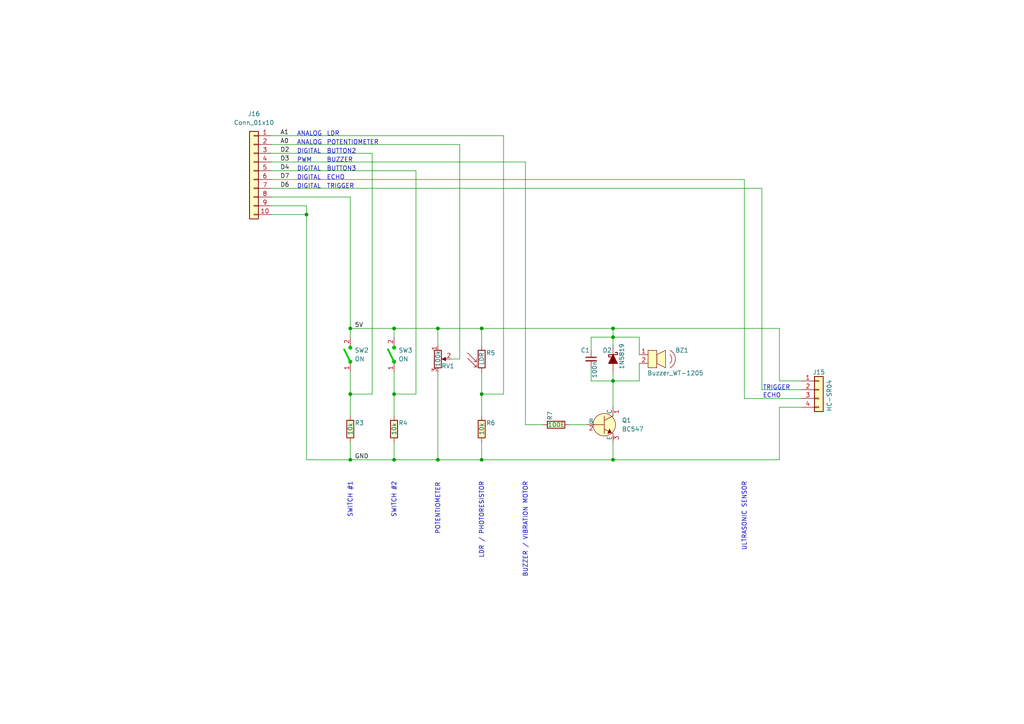
<source format=kicad_sch>
(kicad_sch (version 20250114) (generator "eeschema") (generator_version "9.0")
  (paper "A4")
  (title_block (title "TheThing") (date "2025-02-04") (rev "v5") (company "Maker's Asylum"))
  (lib_symbols
    (symbol "TheThing:BC547" (pin_names (offset 0))
      (property "Reference" "Q1" (at 5.08 1.2701 0))
      (property "Value" "BC547" (at 5.08 -1.2699 0))
      (symbol "BC547_0_1"
        (polyline (pts (xy -3.81 0) (xy -2.54 0)))
        (polyline (pts (xy -3.556 0) (xy 0 0)))
        (polyline (pts (xy 0 2.54) (xy 0 -2.54)))
        (polyline (pts (xy 0 1.27) (xy 2.54 2.54)))
        (circle (center 0 0) (radius 3.2512) (fill (type background)))
        (polyline (pts (xy 0 -1.27) (xy 2.54 -2.54)))
        (polyline (pts (xy 1.524 -1.27) (xy 2.032 -2.286) (xy 1.016 -2.54) (xy 1.524 -1.27)) (fill (type outline)))
      )
      (symbol "BC547_1_1"
        (pin input line (at -5.08 0 0) (length 2.54) (name "B") (number "2"))
        (pin passive line (at 2.54 5.08 270) (length 2.54) (name "C") (number "1"))
        (pin passive line (at 2.54 -5.08 90) (length 2.54) (name "E") (number "3"))
      )
    )
    (symbol "TheThing:Buzzer_PS1240P02BT" (pin_names (offset 0))
      (property "Reference" "BZ" (at 0 5.08 0))
      (property "Value" "Buzzer_PS1240P02BT" (at -1.27 -3.81 0))
      (symbol "Buzzer_PS1240P02BT_0_1"
        (rectangle (start 0 3.81) (end 2.54 -1.27) (fill (type background)))
        (polyline (pts (xy 2.54 2.54) (xy 5.08 3.81) (xy 5.08 -1.27) (xy 2.54 0) (xy 2.54 2.54)) (fill (type background)))
        (arc (start 6.35 3.81) (mid 7.9198 1.27) (end 6.35 -1.27))
        (arc (start 6.35 2.54) (mid 6.8761 1.27) (end 6.35 0))
      )
      (symbol "Buzzer_PS1240P02BT_1_1"
        (pin input line (at -2.54 2.54 0) (length 2.54) (name "~") (number "1"))
        (pin input line (at -2.54 0 0) (length 2.54) (name "~") (number "2"))
      )
    )
    (symbol "TheThing:C_Small" (pin_numbers (hide yes)) (pin_names (offset 0.254) (hide yes))
      (property "Reference" "C" (at 0.254 1.778 0))
      (property "Value" "C_Small" (at 0.254 -2.032 0))
      (symbol "C_Small_0_1"
        (polyline (pts (xy -1.524 0.508) (xy 1.524 0.508)) (stroke (width 0.3048)))
        (polyline (pts (xy -1.524 -0.508) (xy 1.524 -0.508)) (stroke (width 0.3302)))
      )
      (symbol "C_Small_1_1"
        (pin passive line (at 0 2.54 270) (length 2.032) (name "~") (number "1"))
        (pin passive line (at 0 -2.54 90) (length 2.032) (name "~") (number "2"))
      )
    )
    (symbol "TheThing:Conn_01x04" (pin_names (offset 1.016) (hide yes))
      (property "Reference" "J" (at 0 5.08 0))
      (property "Value" "Conn_01x04" (at 0 -7.62 0))
      (symbol "Conn_01x04_1_1"
        (rectangle (start -1.27 3.81) (end 1.27 -6.35) (stroke (width 0.254)) (fill (type background)))
        (rectangle (start -1.27 2.667) (end 0 2.413) (stroke (width 0.1524)))
        (rectangle (start -1.27 0.127) (end 0 -0.127) (stroke (width 0.1524)))
        (rectangle (start -1.27 -2.413) (end 0 -2.667) (stroke (width 0.1524)))
        (rectangle (start -1.27 -4.953) (end 0 -5.207) (stroke (width 0.1524)))
        (pin passive line (at -5.08 2.54 0) (length 3.81) (name "Pin_1") (number "1"))
        (pin passive line (at -5.08 0 0) (length 3.81) (name "Pin_2") (number "2"))
        (pin passive line (at -5.08 -2.54 0) (length 3.81) (name "Pin_3") (number "3"))
        (pin passive line (at -5.08 -5.08 0) (length 3.81) (name "Pin_4") (number "4"))
      )
    )
    (symbol "TheThing:Conn_01x10" (pin_names (offset 1.016) (hide yes))
      (property "Reference" "J" (at 0 12.7 0))
      (property "Value" "Conn_01x10" (at 0 -15.24 0))
      (symbol "Conn_01x10_1_1"
        (rectangle (start -1.27 11.43) (end 1.27 -13.97) (stroke (width 0.254)) (fill (type background)))
        (rectangle (start -1.27 10.287) (end 0 10.033) (stroke (width 0.1524)))
        (rectangle (start -1.27 7.747) (end 0 7.493) (stroke (width 0.1524)))
        (rectangle (start -1.27 5.207) (end 0 4.953) (stroke (width 0.1524)))
        (rectangle (start -1.27 2.667) (end 0 2.413) (stroke (width 0.1524)))
        (rectangle (start -1.27 0.127) (end 0 -0.127) (stroke (width 0.1524)))
        (rectangle (start -1.27 -2.413) (end 0 -2.667) (stroke (width 0.1524)))
        (rectangle (start -1.27 -4.953) (end 0 -5.207) (stroke (width 0.1524)))
        (rectangle (start -1.27 -7.493) (end 0 -7.747) (stroke (width 0.1524)))
        (rectangle (start -1.27 -10.033) (end 0 -10.287) (stroke (width 0.1524)))
        (rectangle (start -1.27 -12.573) (end 0 -12.827) (stroke (width 0.1524)))
        (pin passive line (at -5.08 10.16 0) (length 3.81) (name "Pin_1") (number "1"))
        (pin passive line (at -5.08 7.62 0) (length 3.81) (name "Pin_2") (number "2"))
        (pin passive line (at -5.08 5.08 0) (length 3.81) (name "Pin_3") (number "3"))
        (pin passive line (at -5.08 2.54 0) (length 3.81) (name "Pin_4") (number "4"))
        (pin passive line (at -5.08 0 0) (length 3.81) (name "Pin_5") (number "5"))
        (pin passive line (at -5.08 -2.54 0) (length 3.81) (name "Pin_6") (number "6"))
        (pin passive line (at -5.08 -5.08 0) (length 3.81) (name "Pin_7") (number "7"))
        (pin passive line (at -5.08 -7.62 0) (length 3.81) (name "Pin_8") (number "8"))
        (pin passive line (at -5.08 -10.16 0) (length 3.81) (name "Pin_9") (number "9"))
        (pin passive line (at -5.08 -12.7 0) (length 3.81) (name "Pin_10") (number "10"))
      )
    )
    (symbol "TheThing:D_Schottky_Filled" (pin_numbers (hide yes)) (pin_names (offset 1.016) (hide yes))
      (property "Reference" "D" (at 0 2.54 0))
      (property "Value" "D_Schottky_Filled" (at 0 -2.54 0))
      (symbol "D_Schottky_Filled_0_1"
        (polyline (pts (xy -1.905 0.635) (xy -1.905 1.27) (xy -1.27 1.27) (xy -1.27 -1.27) (xy -0.635 -1.27) (xy -0.635 -0.635)) (stroke (width 0.254)))
        (polyline (pts (xy 1.27 1.27) (xy 1.27 -1.27) (xy -1.27 0) (xy 1.27 1.27)) (stroke (width 0.254)) (fill (type outline)))
        (polyline (pts (xy 1.27 0) (xy -1.27 0)))
      )
      (symbol "D_Schottky_Filled_1_1"
        (pin passive line (at -3.81 0 0) (length 2.54) (name "K") (number "1"))
        (pin passive line (at 3.81 0 180) (length 2.54) (name "A") (number "2"))
      )
    )
    (symbol "TheThing:LDR03" (pin_numbers (hide yes)) (pin_names (offset 0))
      (property "Reference" "R" (at -5.08 0 90))
      (property "Value" "LDR03" (at 1.905 0 90))
      (symbol "LDR03_0_1"
        (polyline (pts (xy -1.524 -0.762) (xy -4.064 1.778)))
        (polyline (pts (xy -1.524 -0.762) (xy -2.286 -0.762)))
        (polyline (pts (xy -1.524 -0.762) (xy -1.524 0)))
        (polyline (pts (xy -1.524 -2.286) (xy -4.064 0.254)))
        (polyline (pts (xy -1.524 -2.286) (xy -2.286 -2.286)))
        (polyline (pts (xy -1.524 -2.286) (xy -1.524 -1.524)))
        (rectangle (start -1.016 2.54) (end 1.016 -2.54) (stroke (width 0.254)))
      )
      (symbol "LDR03_1_1"
        (pin passive line (at 0 3.81 270) (length 1.27) (name "~") (number "1"))
        (pin passive line (at 0 -3.81 90) (length 1.27) (name "~") (number "2"))
      )
    )
    (symbol "TheThing:R" (pin_numbers (hide yes)) (pin_names (offset 0))
      (property "Reference" "R" (at 2.032 0 90))
      (property "Value" "R" (at 0 0 90))
      (symbol "R_1_1"
        (rectangle (start -1.016 2.54) (end 1.016 -2.54) (stroke (width 0.254)) (fill (type background)))
        (pin passive line (at 0 3.81 270) (length 1.27) (name "~") (number "1"))
        (pin passive line (at 0 -3.81 90) (length 1.27) (name "~") (number "2"))
      )
    )
    (symbol "TheThing:R_Potentiometer" (pin_names (offset 1.016) (hide yes))
      (property "Reference" "RV" (at -4.445 0 90))
      (property "Value" "R_Potentiometer" (at -2.54 0 90))
      (symbol "R_Potentiometer_0_1"
        (rectangle (start 1.016 2.54) (end -1.016 -2.54) (stroke (width 0.254)))
        (polyline (pts (xy 1.143 0) (xy 2.286 0.508) (xy 2.286 -0.508) (xy 1.143 0)) (fill (type outline)))
        (polyline (pts (xy 2.54 0) (xy 1.524 0)))
      )
      (symbol "R_Potentiometer_1_1"
        (pin passive line (at 0 3.81 270) (length 1.27) (name "1") (number "1"))
        (pin passive line (at 0 -3.81 90) (length 1.27) (name "3") (number "3"))
        (pin passive line (at 3.81 0 180) (length 1.27) (name "2") (number "2"))
      )
    )
    (symbol "TheThing:SW_SPST" (pin_names (offset 0) (hide yes))
      (property "Reference" "SW1" (at -7.62 0 90))
      (property "Value" "ON" (at -7.62 2.54 90))
      (symbol "SW_SPST_1_0"
        (circle (center -2.032 0) (radius 0.508) (stroke (width 0) (color 0 192 0 1)) (fill (type outline)))
        (polyline (pts (xy -1.524 0.254) (xy 1.524 1.778)) (stroke (width 0.508) (color 0 192 0 1)))
        (circle (center 2.032 0) (radius 0.508) (stroke (width 0) (color 0 192 0 1)) (fill (type outline)))
      )
      (symbol "SW_SPST_1_1"
        (pin passive line (at -5.08 0 0) (length 2.54) (name "A") (number "1"))
        (pin passive line (at 5.08 0 180) (length 2.54) (name "B") (number "2"))
      )
    )
  )
  (text "SWITCH #1" (at 101.6 139.7 90) (effects (font (size 1.27 1.27)) (justify right)))
  (text "BUZZER / VIBRATION MOTOR" (at 152.4 139.7 90) (effects (font (size 1.27 1.27)) (justify right)))
  (text "SWITCH #2" (at 114.3 139.7 90) (effects (font (size 1.27 1.27)) (justify right)))
  (text "ULTRASONIC SENSOR" (at 215.9 139.7 90) (effects (font (size 1.27 1.27)) (justify right)))
  (text "ANALOG" (at 86.106 41.402 0) (effects (font (size 1.27 1.27)) (justify left)))
  (text "DIGITAL" (at 86.106 49.022 0) (effects (font (size 1.27 1.27)) (justify left)))
  (text "PWM" (at 86.106 46.482 0) (effects (font (size 1.27 1.27)) (justify left)))
  (text "BUZZER" (at 94.742 46.482 0) (effects (font (size 1.27 1.27)) (justify left)))
  (text "DIGITAL" (at 86.106 43.942 0) (effects (font (size 1.27 1.27)) (justify left)))
  (text "BUTTON2" (at 94.742 43.942 0) (effects (font (size 1.27 1.27)) (justify left)))
  (text "ANALOG" (at 86.106 38.862 0) (effects (font (size 1.27 1.27)) (justify left)))
  (text "DIGITAL" (at 86.106 54.102 0) (effects (font (size 1.27 1.27)) (justify left)))
  (text "LDR / PHOTORESISTOR" (at 139.7 139.7 90) (effects (font (size 1.27 1.27)) (justify right)))
  (text "POTENTIOMETER" (at 94.742 41.402 0) (effects (font (size 1.27 1.27)) (justify left)))
  (text "ECHO" (at 94.742 51.562 0) (effects (font (size 1.27 1.27)) (justify left)))
  (text "LDR" (at 94.742 38.862 0) (effects (font (size 1.27 1.27)) (justify left)))
  (text "BUTTON3" (at 94.742 49.022 0) (effects (font (size 1.27 1.27)) (justify left)))
  (text "DIGITAL" (at 86.106 51.562 0) (effects (font (size 1.27 1.27)) (justify left)))
  (text "TRIGGER" (at 94.742 54.102 0) (effects (font (size 1.27 1.27)) (justify left)))
  (text "ECHO" (at 221.234 114.808 0) (effects (font (size 1.27 1.27)) (justify left)))
  (text "TRIGGER" (at 221.234 112.522 0) (effects (font (size 1.27 1.27)) (justify left)))
  (text "POTENTIOMETER" (at 127 139.954 90) (effects (font (size 1.27 1.27)) (justify right)))
  (junction (at 101.6 95.25))
  (junction (at 177.8 133.35))
  (junction (at 101.6 114.3))
  (junction (at 114.3 114.3))
  (junction (at 139.7 95.25))
  (junction (at 88.9 62.23))
  (junction (at 139.7 133.35))
  (junction (at 177.8 97.79))
  (junction (at 177.8 110.49))
  (junction (at 114.3 133.35))
  (junction (at 139.7 114.3))
  (junction (at 114.3 95.25))
  (junction (at 177.8 95.25))
  (junction (at 127 133.35))
  (junction (at 101.6 133.35))
  (junction (at 127 95.25))
  (wire (pts (xy 114.3 133.35) (xy 101.6 133.35)))
  (wire (pts (xy 215.9 52.07) (xy 215.9 115.57)))
  (wire (pts (xy 78.74 39.37) (xy 146.05 39.37)))
  (wire (pts (xy 139.7 100.33) (xy 139.7 95.25)))
  (wire (pts (xy 185.42 110.49) (xy 185.42 105.41)))
  (wire (pts (xy 146.05 114.3) (xy 139.7 114.3)))
  (wire (pts (xy 114.3 133.35) (xy 127 133.35)))
  (wire (pts (xy 127 95.25) (xy 127 100.33)))
  (wire (pts (xy 114.3 128.27) (xy 114.3 133.35)))
  (wire (pts (xy 220.98 113.03) (xy 220.98 54.61)))
  (wire (pts (xy 139.7 107.95) (xy 139.7 114.3)))
  (wire (pts (xy 177.8 128.27) (xy 177.8 133.35)))
  (wire (pts (xy 226.06 95.25) (xy 226.06 110.49)))
  (wire (pts (xy 152.4 46.99) (xy 152.4 123.19)))
  (wire (pts (xy 107.95 44.45) (xy 107.95 114.3)))
  (wire (pts (xy 78.74 49.53) (xy 120.65 49.53)))
  (wire (pts (xy 185.42 97.79) (xy 177.8 97.79)))
  (wire (pts (xy 78.74 41.91) (xy 133.35 41.91)))
  (wire (pts (xy 101.6 95.25) (xy 114.3 95.25)))
  (wire (pts (xy 165.1 123.19) (xy 170.18 123.19)))
  (wire (pts (xy 177.8 95.25) (xy 177.8 97.79)))
  (wire (pts (xy 101.6 114.3) (xy 101.6 120.65)))
  (wire (pts (xy 139.7 128.27) (xy 139.7 133.35)))
  (wire (pts (xy 177.8 110.49) (xy 185.42 110.49)))
  (wire (pts (xy 114.3 114.3) (xy 114.3 120.65)))
  (wire (pts (xy 232.41 113.03) (xy 220.98 113.03)))
  (wire (pts (xy 78.74 44.45) (xy 107.95 44.45)))
  (wire (pts (xy 130.81 104.14) (xy 133.35 104.14)))
  (wire (pts (xy 152.4 123.19) (xy 157.48 123.19)))
  (wire (pts (xy 78.74 57.15) (xy 101.6 57.15)))
  (wire (pts (xy 127 95.25) (xy 139.7 95.25)))
  (wire (pts (xy 133.35 104.14) (xy 133.35 41.91)))
  (wire (pts (xy 177.8 110.49) (xy 177.8 118.11)))
  (wire (pts (xy 177.8 95.25) (xy 226.06 95.25)))
  (wire (pts (xy 177.8 133.35) (xy 139.7 133.35)))
  (wire (pts (xy 226.06 110.49) (xy 232.41 110.49)))
  (wire (pts (xy 101.6 97.79) (xy 101.6 95.25)))
  (wire (pts (xy 88.9 133.35) (xy 101.6 133.35)))
  (wire (pts (xy 114.3 95.25) (xy 127 95.25)))
  (wire (pts (xy 226.06 133.35) (xy 226.06 118.11)))
  (wire (pts (xy 177.8 97.79) (xy 177.8 100.33)))
  (wire (pts (xy 171.45 110.49) (xy 177.8 110.49)))
  (wire (pts (xy 101.6 114.3) (xy 107.95 114.3)))
  (wire (pts (xy 139.7 114.3) (xy 139.7 120.65)))
  (wire (pts (xy 171.45 97.79) (xy 171.45 101.6)))
  (wire (pts (xy 78.74 52.07) (xy 215.9 52.07)))
  (wire (pts (xy 101.6 107.95) (xy 101.6 114.3)))
  (wire (pts (xy 185.42 102.87) (xy 185.42 97.79)))
  (wire (pts (xy 88.9 62.23) (xy 88.9 59.69)))
  (wire (pts (xy 114.3 107.95) (xy 114.3 114.3)))
  (wire (pts (xy 215.9 115.57) (xy 232.41 115.57)))
  (wire (pts (xy 171.45 106.68) (xy 171.45 110.49)))
  (wire (pts (xy 226.06 118.11) (xy 232.41 118.11)))
  (wire (pts (xy 88.9 62.23) (xy 88.9 133.35)))
  (wire (pts (xy 88.9 59.69) (xy 78.74 59.69)))
  (wire (pts (xy 146.05 39.37) (xy 146.05 114.3)))
  (wire (pts (xy 120.65 114.3) (xy 120.65 49.53)))
  (wire (pts (xy 114.3 95.25) (xy 114.3 97.79)))
  (wire (pts (xy 127 107.95) (xy 127 133.35)))
  (wire (pts (xy 78.74 46.99) (xy 152.4 46.99)))
  (wire (pts (xy 177.8 107.95) (xy 177.8 110.49)))
  (wire (pts (xy 127 133.35) (xy 139.7 133.35)))
  (wire (pts (xy 177.8 133.35) (xy 226.06 133.35)))
  (wire (pts (xy 78.74 54.61) (xy 220.98 54.61)))
  (wire (pts (xy 78.74 62.23) (xy 88.9 62.23)))
  (wire (pts (xy 139.7 95.25) (xy 177.8 95.25)))
  (wire (pts (xy 177.8 97.79) (xy 171.45 97.79)))
  (wire (pts (xy 101.6 57.15) (xy 101.6 95.25)))
  (wire (pts (xy 101.6 133.35) (xy 101.6 128.27)))
  (wire (pts (xy 114.3 114.3) (xy 120.65 114.3)))
  (label "D6" (at 81.28 54.61 0))
  (label "5V" (at 102.87 95.25 0))
  (label "D7" (at 81.28 52.07 0))
  (label "A0" (at 81.28 41.91 0))
  (label "D4" (at 81.28 49.53 0))
  (label "D2" (at 81.28 44.45 0))
  (label "GND" (at 102.87 133.35 0))
  (label "D3" (at 81.28 46.99 0))
  (label "A1" (at 81.28 39.37 0))
  (symbol (lib_id "TheThing:BC547") (at 175.26 123.19 0) (unit 1)
    (property "Reference" "Q1" (at 180.34 121.92 0) (effects (justify left)))
    (property "Value" "BC547" (at 180.34 124.46 0) (effects (justify left)))
    (property "Footprint" "BagTag:TO-92_HandSolder" (effects (hide yes)))
    (property "Datasheet" "https://www.mouser.com/datasheet/2/149/BC547-190204.pdf" (effects (hide yes)))
    (property "Description" "TRANS NPN 45V 0.1A TO-92" (effects (hide yes)))
    (property "MPN" "BC547B" (effects (hide yes)))
    (property "Family" "Transistors - Bipolar (BJT) - Single" (effects (hide yes)))
    (property "DK_Detail_Page" "https://www.digikey.in/en/products/detail/onsemi/BC547/976363" (effects (hide yes)))
    (property "Manufacturer" "ON Semiconductor" (effects (hide yes)))
  )
  (symbol (lib_id "TheThing:R") (at 139.7 124.46 0) (unit 1)
    (property "Reference" "R6" (at 140.97 122.682 0) (effects (justify left)))
    (property "Value" "10k" (at 139.7 126.238 90) (effects (justify left)))
    (property "Footprint" "BagTag:R_Axial_DIN0207_L6.3mm_D2.5mm_P7.62mm_Horizontal" (effects (hide yes)))
    (property "Description" "Resistor" (effects (hide yes)))
  )
  (symbol (lib_id "TheThing:Conn_01x04") (at 237.49 113.03 0) (unit 1)
    (property "Reference" "J15" (at 235.712 107.95 0) (effects (justify left)))
    (property "Value" "HC-SR04" (at 240.538 119.38 90) (effects (justify left)))
    (property "Footprint" "BagTag:PinSocket_1x04_P2.54mm_Vertical" (effects (hide yes)))
    (property "Description" "Generic connector, single row, 01x04, script generated (kicad-library-utils/schlib/autogen/connector/)" (effects (hide yes)))
  )
  (symbol (lib_id "TheThing:R") (at 161.29 123.19 90) (unit 1)
    (property "Reference" "R7" (at 159.512 121.92 0) (effects (justify left)))
    (property "Value" "100E" (at 163.83 123.19 90) (effects (justify left)))
    (property "Footprint" "BagTag:R_Axial_DIN0207_L6.3mm_D2.5mm_P7.62mm_Horizontal" (effects (hide yes)))
    (property "Description" "Resistor" (effects (hide yes)))
  )
  (symbol (lib_id "TheThing:SW_SPST") (at 101.6 102.87 90) (unit 1)
    (property "Reference" "SW2" (at 102.87 101.5999 90) (effects (justify right)))
    (property "Value" "ON" (at 102.87 104.1399 90) (effects (justify right)))
    (property "Footprint" "BagTag:SWITCH_PUSH_6mm_12mm" (effects (hide yes)))
    (property "Description" "Single Pole Single Throw (SPST) switch" (effects (hide yes)))
  )
  (symbol (lib_id "TheThing:R_Potentiometer") (at 127 104.14 0) (unit 1)
    (property "Reference" "RV1" (at 131.826 106.172 0) (effects (justify right)))
    (property "Value" "100k" (at 127 101.6 90) (effects (justify right)))
    (property "Footprint" "BagTag:TRIM_601040" (effects (hide yes)))
    (property "Description" "Potentiometer" (effects (hide yes)))
  )
  (symbol (lib_id "TheThing:Conn_01x10") (at 73.66 49.53 0) (mirror y) (unit 1)
    (property "Reference" "J16" (at 73.66 33.02 0))
    (property "Value" "Conn_01x10" (at 73.66 35.56 0))
    (property "Footprint" "BagTag:PinHeader_1x10_P2.54mm_Vertical" (effects (hide yes)))
    (property "Description" "Generic connector, single row, 01x10, script generated (kicad-library-utils/schlib/autogen/connector/)" (effects (hide yes)))
  )
  (symbol (lib_id "TheThing:R") (at 101.6 124.46 0) (unit 1)
    (property "Reference" "R3" (at 102.87 122.682 0) (effects (justify left)))
    (property "Value" "10k" (at 101.6 126.238 90) (effects (justify left)))
    (property "Footprint" "BagTag:R_Axial_DIN0207_L6.3mm_D2.5mm_P7.62mm_Horizontal" (effects (hide yes)))
    (property "Description" "Resistor" (effects (hide yes)))
  )
  (symbol (lib_id "TheThing:SW_SPST") (at 114.3 102.87 90) (unit 1)
    (property "Reference" "SW3" (at 115.57 101.5999 90) (effects (justify right)))
    (property "Value" "ON" (at 115.57 104.1399 90) (effects (justify right)))
    (property "Footprint" "BagTag:SWITCH_PUSH_6mm_12mm" (effects (hide yes)))
    (property "Description" "Single Pole Single Throw (SPST) switch" (effects (hide yes)))
  )
  (symbol (lib_id "TheThing:C_Small") (at 171.45 104.14 0) (unit 1)
    (property "Reference" "C1" (at 168.402 101.6 0) (effects (justify left)))
    (property "Value" "100n" (at 172.466 109.728 90) (effects (justify left)))
    (property "Footprint" "BagTag:C_Disc_D3.0mm_W2.0mm_P2.50mm" (effects (hide yes)))
    (property "Description" "Unpolarized capacitor, small symbol" (effects (hide yes)))
  )
  (symbol (lib_id "TheThing:D_Schottky_Filled") (at 177.8 104.14 270) (unit 1)
    (property "Reference" "D2" (at 174.752 101.6 90) (effects (justify left)))
    (property "Value" "1N5819" (at 180.34 99.568 0) (effects (justify left)))
    (property "Footprint" "BagTag:D_DO-41_SOD81_P10.16mm_Horizontal" (effects (hide yes)))
    (property "Description" "Schottky diode, filled shape" (effects (hide yes)))
    (property "Sim.Device" "D" (effects (hide yes)))
    (property "Sim.Pins" "1=K 2=A" (effects (hide yes)))
  )
  (symbol (lib_id "TheThing:R") (at 114.3 124.46 0) (unit 1)
    (property "Reference" "R4" (at 115.57 122.682 0) (effects (justify left)))
    (property "Value" "10k" (at 114.3 126.238 90) (effects (justify left)))
    (property "Footprint" "BagTag:R_Axial_DIN0207_L6.3mm_D2.5mm_P7.62mm_Horizontal" (effects (hide yes)))
    (property "Description" "Resistor" (effects (hide yes)))
  )
  (symbol (lib_id "TheThing:Buzzer_PS1240P02BT") (at 187.96 105.41 0) (unit 1)
    (property "Reference" "BZ1" (at 195.834 101.6 0) (effects (justify left)))
    (property "Value" "Buzzer_WT-1205" (at 187.706 108.204 0) (effects (justify left)))
    (property "Footprint" "BagTag:Buzzer_12x9.5RM7.6" (effects (hide yes)))
    (property "Datasheet" "https://product.tdk.com/info/en/catalog/datasheets/piezoelectronic_buzzer_ps_en.pdf" (effects (hide yes)))
    (property "Description" "AUDIO PIEZO TRANSDUCER 30V TH" (effects (hide yes)))
    (property "MPN" "PS1240P02BT" (effects (hide yes)))
    (property "Family" "Alarms, Buzzers, and Sirens" (effects (hide yes)))
    (property "DK_Detail_Page" "/product-detail/en/tdk-corporation/PS1240P02BT/445-2525-1-ND/935930" (effects (hide yes)))
    (property "Manufacturer" "TDK Corporation" (effects (hide yes)))
  )
  (symbol (lib_id "TheThing:LDR03") (at 139.7 104.14 0) (unit 1)
    (property "Reference" "R5" (at 140.97 102.362 0) (effects (justify left)))
    (property "Value" "LDR" (at 139.7 105.918 90) (effects (justify left)))
    (property "Footprint" "BagTag:R_LDR_4.9x4.2mm_P2.54mm_Vertical" (effects (hide yes)))
    (property "Datasheet" "http://www.elektronica-componenten.nl/WebRoot/StoreNL/Shops/61422969/54F1/BA0C/C664/31B9/2173/C0A8/2AB9/2AEF/LDR03IMP.pdf" (effects (hide yes)))
    (property "Description" "light dependent resistor" (effects (hide yes)))
  )
)
</source>
